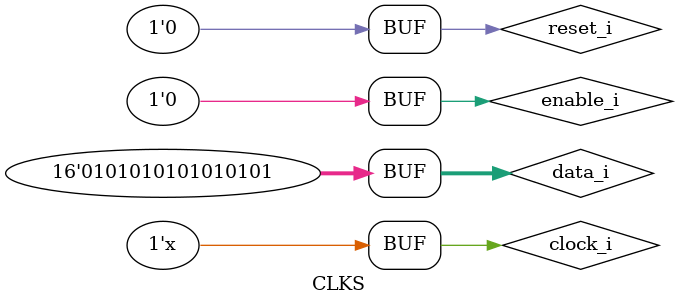
<source format=sv>
`timescale 1ns / 1ps


module CLKS();

 logic clock_i = 1'b0;
 logic reset_i;
 logic enable_i;
 logic done_o;
 logic [15:0]data_i;
 logic pwm_audio_o;
 logic pwm_sdaudio_o;
 
 parameter Time_Period = 10, Delay = 100;
 
 Serializer DUT(
 .clock_i(clock_i), 
 .reset_i(reset_i), 
 .enable_i(enable_i),
 .done_o(done_o), 
 .data_i(data_i), 
 .pwm_audio_o(pwm_audio_o), 
 .pwm_sdaudio_o(pwm_sdaudio_o));
 
 always
 #(Time_Period/2)clock_i = ~clock_i;
 initial begin
 reset_i = 1;
 
 #100
 reset_i = 0;
 data_i = 16'b0101010101010101;
 enable_i = 1;
 

 #15000
 enable_i = 1;
 
 #15000
  enable_i = 1;
  
 #15000
  enable_i = 1;
   
 #15000
   enable_i = 0;
 
 
end


endmodule

</source>
